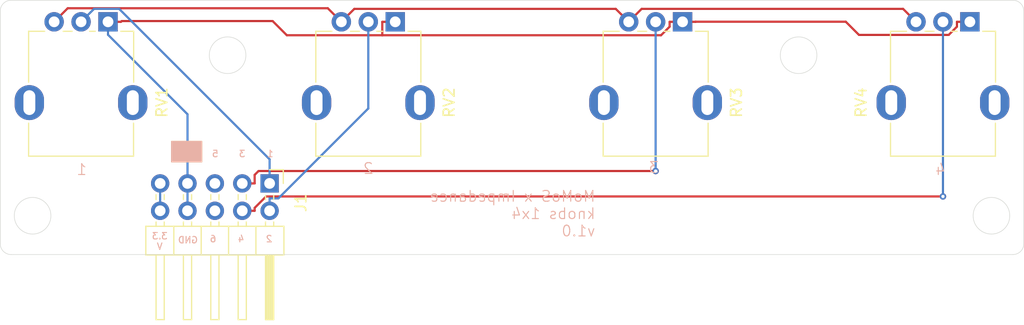
<source format=kicad_pcb>
(kicad_pcb (version 20240108) (generator "pcbnew") (generator_version "8.0")
  (layers (0 "F.Cu" signal) (31 "B.Cu" signal) (34 "B.Paste" user) (35 "F.Paste" user) (36 "B.SilkS" user "B.Silkscreen") (37 "F.SilkS" user "F.Silkscreen") (38 "B.Mask" user) (39 "F.Mask" user) (44 "Edge.Cuts" user))
  (net 0 "")
  (net 1 "Net-(J1-Pin_2)")
  (net 2 "Net-(J1-Pin_3)")
  (net 4 "+5V")
  (net 6 "GND")
  (net 7 "Net-(J1-Pin_4)")
  (net 8 "Net-(J1-Pin_1)")
  (net 9 "+3.3V")
  (footprint "Connector_PinHeader_2.54mm:PinHeader_2x05_P2.54mm_Horizontal" (layer "F.Cu") (at 55 120 -90)
    (property "Reference" "J1" (at 1.8 -2.9 90) (layer "F.SilkS"))
    (property "Value" "Conn_02x05_Odd_Even" (hide yes))
    (fp_line (start 3.98 11.49) (end 6.64 11.49) (stroke (width 0.12)) (layer "F.SilkS"))
    (fp_line (start 6.64 11.49) (end 6.64 -1.33) (stroke (width 0.12)) (layer "F.SilkS"))
    (fp_line (start 1.042929 10.54) (end 1.497071 10.54) (stroke (width 0.12)) (layer "F.SilkS"))
    (fp_line (start 3.582929 10.54) (end 3.98 10.54) (stroke (width 0.12)) (layer "F.SilkS"))
    (fp_line (start 12.64 10.54) (end 6.64 10.54) (stroke (width 0.12)) (layer "F.SilkS"))
    (fp_line (start 1.042929 9.78) (end 1.497071 9.78) (stroke (width 0.12)) (layer "F.SilkS"))
    (fp_line (start 3.582929 9.78) (end 3.98 9.78) (stroke (width 0.12)) (layer "F.SilkS"))
    (fp_line (start 6.64 9.78) (end 12.64 9.78) (stroke (width 0.12)) (layer "F.SilkS"))
    (fp_line (start 12.64 9.78) (end 12.64 10.54) (stroke (width 0.12)) (layer "F.SilkS"))
    (fp_line (start 3.98 8.89) (end 6.64 8.89) (stroke (width 0.12)) (layer "F.SilkS"))
    (fp_line (start 1.042929 8) (end 1.497071 8) (stroke (width 0.12)) (layer "F.SilkS"))
    (fp_line (start 3.582929 8) (end 3.98 8) (stroke (width 0.12)) (layer "F.SilkS"))
    (fp_line (start 12.64 8) (end 6.64 8) (stroke (width 0.12)) (layer "F.SilkS"))
    (fp_line (start 1.042929 7.24) (end 1.497071 7.24) (stroke (width 0.12)) (layer "F.SilkS"))
    (fp_line (start 3.582929 7.24) (end 3.98 7.24) (stroke (width 0.12)) (layer "F.SilkS"))
    (fp_line (start 6.64 7.24) (end 12.64 7.24) (stroke (width 0.12)) (layer "F.SilkS"))
    (fp_line (start 12.64 7.24) (end 12.64 8) (stroke (width 0.12)) (layer "F.SilkS"))
    (fp_line (start 3.98 6.35) (end 6.64 6.35) (stroke (width 0.12)) (layer "F.SilkS"))
    (fp_line (start 1.042929 5.46) (end 1.497071 5.46) (stroke (width 0.12)) (layer "F.SilkS"))
    (fp_line (start 3.582929 5.46) (end 3.98 5.46) (stroke (width 0.12)) (layer "F.SilkS"))
    (fp_line (start 12.64 5.46) (end 6.64 5.46) (stroke (width 0.12)) (layer "F.SilkS"))
    (fp_line (start 1.042929 4.7) (end 1.497071 4.7) (stroke (width 0.12)) (layer "F.SilkS"))
    (fp_line (start 3.582929 4.7) (end 3.98 4.7) (stroke (width 0.12)) (layer "F.SilkS"))
    (fp_line (start 6.64 4.7) (end 12.64 4.7) (stroke (width 0.12)) (layer "F.SilkS"))
    (fp_line (start 12.64 4.7) (end 12.64 5.46) (stroke (width 0.12)) (layer "F.SilkS"))
    (fp_line (start 3.98 3.81) (end 6.64 3.81) (stroke (width 0.12)) (layer "F.SilkS"))
    (fp_line (start 1.042929 2.92) (end 1.497071 2.92) (stroke (width 0.12)) (layer "F.SilkS"))
    (fp_line (start 3.582929 2.92) (end 3.98 2.92) (stroke (width 0.12)) (layer "F.SilkS"))
    (fp_line (start 12.64 2.92) (end 6.64 2.92) (stroke (width 0.12)) (layer "F.SilkS"))
    (fp_line (start 1.042929 2.16) (end 1.497071 2.16) (stroke (width 0.12)) (layer "F.SilkS"))
    (fp_line (start 3.582929 2.16) (end 3.98 2.16) (stroke (width 0.12)) (layer "F.SilkS"))
    (fp_line (start 6.64 2.16) (end 12.64 2.16) (stroke (width 0.12)) (layer "F.SilkS"))
    (fp_line (start 12.64 2.16) (end 12.64 2.92) (stroke (width 0.12)) (layer "F.SilkS"))
    (fp_line (start 3.98 1.27) (end 6.64 1.27) (stroke (width 0.12)) (layer "F.SilkS"))
    (fp_line (start 1.11 0.38) (end 1.497071 0.38) (stroke (width 0.12)) (layer "F.SilkS"))
    (fp_line (start 3.582929 0.38) (end 3.98 0.38) (stroke (width 0.12)) (layer "F.SilkS"))
    (fp_line (start 12.64 0.38) (end 6.64 0.38) (stroke (width 0.12)) (layer "F.SilkS"))
    (fp_line (start 6.64 0.28) (end 12.64 0.28) (stroke (width 0.12)) (layer "F.SilkS"))
    (fp_line (start 6.64 0.16) (end 12.64 0.16) (stroke (width 0.12)) (layer "F.SilkS"))
    (fp_line (start 6.64 0.04) (end 12.64 0.04) (stroke (width 0.12)) (layer "F.SilkS"))
    (fp_line (start -1.27 0) (end -1.27 -1.27) (stroke (width 0.12)) (layer "F.SilkS"))
    (fp_line (start 6.64 -0.08) (end 12.64 -0.08) (stroke (width 0.12)) (layer "F.SilkS"))
    (fp_line (start 6.64 -0.2) (end 12.64 -0.2) (stroke (width 0.12)) (layer "F.SilkS"))
    (fp_line (start 6.64 -0.32) (end 12.64 -0.32) (stroke (width 0.12)) (layer "F.SilkS"))
    (fp_line (start 1.11 -0.38) (end 1.497071 -0.38) (stroke (width 0.12)) (layer "F.SilkS"))
    (fp_line (start 3.582929 -0.38) (end 3.98 -0.38) (stroke (width 0.12)) (layer "F.SilkS"))
    (fp_line (start 6.64 -0.38) (end 12.64 -0.38) (stroke (width 0.12)) (layer "F.SilkS"))
    (fp_line (start 12.64 -0.38) (end 12.64 0.38) (stroke (width 0.12)) (layer "F.SilkS"))
    (fp_line (start -1.27 -1.27) (end 0 -1.27) (stroke (width 0.12)) (layer "F.SilkS"))
    (fp_line (start 3.98 -1.33) (end 3.98 11.49) (stroke (width 0.12)) (layer "F.SilkS"))
    (fp_line (start 6.64 -1.33) (end 3.98 -1.33) (stroke (width 0.12)) (layer "F.SilkS"))
    (pad "1" thru_hole rect (at 0 0 270) (size 1.7 1.7) (drill 1) (layers "*.Cu" "*.Mask" "In1.Cu" "In2.Cu" "In3.Cu" "In4.Cu" "In5.Cu" "In6.Cu" "In7.Cu" "In8.Cu" "In9.Cu" "In10.Cu" "In11.Cu" "In12.Cu" "In13.Cu" "In14.Cu" "In15.Cu" "In16.Cu" "In17.Cu" "In18.Cu" "In19.Cu" "In20.Cu" "In21.Cu" "In22.Cu" "In23.Cu" "In24.Cu" "In25.Cu" "In26.Cu" "In27.Cu" "In28.Cu" "In29.Cu" "In30.Cu") (net 8 "Net-(J1-Pin_1)"))
    (pad "2" thru_hole oval (at 2.54 0 270) (size 1.7 1.7) (drill 1) (layers "*.Cu" "*.Mask" "In1.Cu" "In2.Cu" "In3.Cu" "In4.Cu" "In5.Cu" "In6.Cu" "In7.Cu" "In8.Cu" "In9.Cu" "In10.Cu" "In11.Cu" "In12.Cu" "In13.Cu" "In14.Cu" "In15.Cu" "In16.Cu" "In17.Cu" "In18.Cu" "In19.Cu" "In20.Cu" "In21.Cu" "In22.Cu" "In23.Cu" "In24.Cu" "In25.Cu" "In26.Cu" "In27.Cu" "In28.Cu" "In29.Cu" "In30.Cu") (net 1 "Net-(J1-Pin_2)"))
    (pad "3" thru_hole oval (at 0 2.54 270) (size 1.7 1.7) (drill 1) (layers "*.Cu" "*.Mask" "In1.Cu" "In2.Cu" "In3.Cu" "In4.Cu" "In5.Cu" "In6.Cu" "In7.Cu" "In8.Cu" "In9.Cu" "In10.Cu" "In11.Cu" "In12.Cu" "In13.Cu" "In14.Cu" "In15.Cu" "In16.Cu" "In17.Cu" "In18.Cu" "In19.Cu" "In20.Cu" "In21.Cu" "In22.Cu" "In23.Cu" "In24.Cu" "In25.Cu" "In26.Cu" "In27.Cu" "In28.Cu" "In29.Cu" "In30.Cu") (net 2 "Net-(J1-Pin_3)"))
    (pad "4" thru_hole oval (at 2.54 2.54 270) (size 1.7 1.7) (drill 1) (layers "*.Cu" "*.Mask" "In1.Cu" "In2.Cu" "In3.Cu" "In4.Cu" "In5.Cu" "In6.Cu" "In7.Cu" "In8.Cu" "In9.Cu" "In10.Cu" "In11.Cu" "In12.Cu" "In13.Cu" "In14.Cu" "In15.Cu" "In16.Cu" "In17.Cu" "In18.Cu" "In19.Cu" "In20.Cu" "In21.Cu" "In22.Cu" "In23.Cu" "In24.Cu" "In25.Cu" "In26.Cu" "In27.Cu" "In28.Cu" "In29.Cu" "In30.Cu") (net 7 "Net-(J1-Pin_4)"))
    (pad "5" thru_hole oval (at 0 5.08 270) (size 1.7 1.7) (drill 1) (layers "*.Cu" "*.Mask" "In1.Cu" "In2.Cu" "In3.Cu" "In4.Cu" "In5.Cu" "In6.Cu" "In7.Cu" "In8.Cu" "In9.Cu" "In10.Cu" "In11.Cu" "In12.Cu" "In13.Cu" "In14.Cu" "In15.Cu" "In16.Cu" "In17.Cu" "In18.Cu" "In19.Cu" "In20.Cu" "In21.Cu" "In22.Cu" "In23.Cu" "In24.Cu" "In25.Cu" "In26.Cu" "In27.Cu" "In28.Cu" "In29.Cu" "In30.Cu"))
    (pad "6" thru_hole oval (at 2.54 5.08 270) (size 1.7 1.7) (drill 1) (layers "*.Cu" "*.Mask" "In1.Cu" "In2.Cu" "In3.Cu" "In4.Cu" "In5.Cu" "In6.Cu" "In7.Cu" "In8.Cu" "In9.Cu" "In10.Cu" "In11.Cu" "In12.Cu" "In13.Cu" "In14.Cu" "In15.Cu" "In16.Cu" "In17.Cu" "In18.Cu" "In19.Cu" "In20.Cu" "In21.Cu" "In22.Cu" "In23.Cu" "In24.Cu" "In25.Cu" "In26.Cu" "In27.Cu" "In28.Cu" "In29.Cu" "In30.Cu"))
    (pad "7" thru_hole oval (at 0 7.62 270) (size 1.7 1.7) (drill 1) (layers "*.Cu" "*.Mask" "In1.Cu" "In2.Cu" "In3.Cu" "In4.Cu" "In5.Cu" "In6.Cu" "In7.Cu" "In8.Cu" "In9.Cu" "In10.Cu" "In11.Cu" "In12.Cu" "In13.Cu" "In14.Cu" "In15.Cu" "In16.Cu" "In17.Cu" "In18.Cu" "In19.Cu" "In20.Cu" "In21.Cu" "In22.Cu" "In23.Cu" "In24.Cu" "In25.Cu" "In26.Cu" "In27.Cu" "In28.Cu" "In29.Cu" "In30.Cu") (net 6 "GND"))
    (pad "8" thru_hole oval (at 2.54 7.62 270) (size 1.7 1.7) (drill 1) (layers "*.Cu" "*.Mask" "In1.Cu" "In2.Cu" "In3.Cu" "In4.Cu" "In5.Cu" "In6.Cu" "In7.Cu" "In8.Cu" "In9.Cu" "In10.Cu" "In11.Cu" "In12.Cu" "In13.Cu" "In14.Cu" "In15.Cu" "In16.Cu" "In17.Cu" "In18.Cu" "In19.Cu" "In20.Cu" "In21.Cu" "In22.Cu" "In23.Cu" "In24.Cu" "In25.Cu" "In26.Cu" "In27.Cu" "In28.Cu" "In29.Cu" "In30.Cu") (net 6 "GND"))
    (pad "9" thru_hole oval (at 0 10.16 270) (size 1.7 1.7) (drill 1) (layers "*.Cu" "*.Mask" "In1.Cu" "In2.Cu" "In3.Cu" "In4.Cu" "In5.Cu" "In6.Cu" "In7.Cu" "In8.Cu" "In9.Cu" "In10.Cu" "In11.Cu" "In12.Cu" "In13.Cu" "In14.Cu" "In15.Cu" "In16.Cu" "In17.Cu" "In18.Cu" "In19.Cu" "In20.Cu" "In21.Cu" "In22.Cu" "In23.Cu" "In24.Cu" "In25.Cu" "In26.Cu" "In27.Cu" "In28.Cu" "In29.Cu" "In30.Cu") (net 9 "+3.3V"))
    (pad "10" thru_hole oval (at 2.54 10.16 270) (size 1.7 1.7) (drill 1) (layers "*.Cu" "*.Mask" "In1.Cu" "In2.Cu" "In3.Cu" "In4.Cu" "In5.Cu" "In6.Cu" "In7.Cu" "In8.Cu" "In9.Cu" "In10.Cu" "In11.Cu" "In12.Cu" "In13.Cu" "In14.Cu" "In15.Cu" "In16.Cu" "In17.Cu" "In18.Cu" "In19.Cu" "In20.Cu" "In21.Cu" "In22.Cu" "In23.Cu" "In24.Cu" "In25.Cu" "In26.Cu" "In27.Cu" "In28.Cu" "In29.Cu" "In30.Cu") (net 9 "+3.3V"))
  )
  (footprint "eurorack_benjiao:Potentiometer_RV09" (layer "F.Cu") (at 120 105 -90)
    (property "Reference" "RV4" (at 7.500001 10.1 90) (layer "F.SilkS"))
    (property "Value" "R_Potentiometer" (hide yes))
    (fp_line (start 0.88 7.37) (end 5.6 7.37) (stroke (width 0.12)) (layer "F.SilkS"))
    (fp_line (start 0.88 7.37) (end 0.88 5.88) (stroke (width 0.12)) (layer "F.SilkS"))
    (fp_line (start 9.41 7.37) (end 12.47 7.37) (stroke (width 0.12)) (layer "F.SilkS"))
    (fp_line (start 12.47 7.37) (end 12.47 -2.37) (stroke (width 0.12)) (layer "F.SilkS"))
    (fp_line (start 0.88 4.16) (end 0.88 3.33) (stroke (width 0.12)) (layer "F.SilkS"))
    (fp_line (start 0.88 1.71) (end 0.88 1.18) (stroke (width 0.12)) (layer "F.SilkS"))
    (fp_line (start 0.88 -1.19) (end 0.88 -2.37) (stroke (width 0.12)) (layer "F.SilkS"))
    (fp_line (start 9.41 -2.37) (end 12.47 -2.37) (stroke (width 0.12)) (layer "F.SilkS"))
    (fp_line (start 0.88 -2.38) (end 5.6 -2.38) (stroke (width 0.12)) (layer "F.SilkS"))
    (pad "" thru_hole oval (at 7.5 -2.3) (size 2.72 3.24) (drill oval 1.1 2.3) (layers "*.Cu" "*.Mask" "In1.Cu" "In2.Cu" "In3.Cu" "In4.Cu" "In5.Cu" "In6.Cu" "In7.Cu" "In8.Cu" "In9.Cu" "In10.Cu" "In11.Cu" "In12.Cu" "In13.Cu" "In14.Cu" "In15.Cu" "In16.Cu" "In17.Cu" "In18.Cu" "In19.Cu" "In20.Cu" "In21.Cu" "In22.Cu" "In23.Cu" "In24.Cu" "In25.Cu" "In26.Cu" "In27.Cu" "In28.Cu" "In29.Cu" "In30.Cu"))
    (pad "" thru_hole oval (at 7.5 7.3) (size 2.72 3.24) (drill oval 1.1 2.3) (layers "*.Cu" "*.Mask" "In1.Cu" "In2.Cu" "In3.Cu" "In4.Cu" "In5.Cu" "In6.Cu" "In7.Cu" "In8.Cu" "In9.Cu" "In10.Cu" "In11.Cu" "In12.Cu" "In13.Cu" "In14.Cu" "In15.Cu" "In16.Cu" "In17.Cu" "In18.Cu" "In19.Cu" "In20.Cu" "In21.Cu" "In22.Cu" "In23.Cu" "In24.Cu" "In25.Cu" "In26.Cu" "In27.Cu" "In28.Cu" "In29.Cu" "In30.Cu"))
    (pad "1" thru_hole rect (at 0 0) (size 1.8 1.8) (drill 1) (layers "*.Cu" "*.Mask" "In1.Cu" "In2.Cu" "In3.Cu" "In4.Cu" "In5.Cu" "In6.Cu" "In7.Cu" "In8.Cu" "In9.Cu" "In10.Cu" "In11.Cu" "In12.Cu" "In13.Cu" "In14.Cu" "In15.Cu" "In16.Cu" "In17.Cu" "In18.Cu" "In19.Cu" "In20.Cu" "In21.Cu" "In22.Cu" "In23.Cu" "In24.Cu" "In25.Cu" "In26.Cu" "In27.Cu" "In28.Cu" "In29.Cu" "In30.Cu") (net 6 "GND"))
    (pad "2" thru_hole circle (at 0 2.5) (size 1.8 1.8) (drill 1) (layers "*.Cu" "*.Mask" "In1.Cu" "In2.Cu" "In3.Cu" "In4.Cu" "In5.Cu" "In6.Cu" "In7.Cu" "In8.Cu" "In9.Cu" "In10.Cu" "In11.Cu" "In12.Cu" "In13.Cu" "In14.Cu" "In15.Cu" "In16.Cu" "In17.Cu" "In18.Cu" "In19.Cu" "In20.Cu" "In21.Cu" "In22.Cu" "In23.Cu" "In24.Cu" "In25.Cu" "In26.Cu" "In27.Cu" "In28.Cu" "In29.Cu" "In30.Cu") (net 7 "Net-(J1-Pin_4)"))
    (pad "3" thru_hole circle (at 0 5) (size 1.8 1.8) (drill 1) (layers "*.Cu" "*.Mask" "In1.Cu" "In2.Cu" "In3.Cu" "In4.Cu" "In5.Cu" "In6.Cu" "In7.Cu" "In8.Cu" "In9.Cu" "In10.Cu" "In11.Cu" "In12.Cu" "In13.Cu" "In14.Cu" "In15.Cu" "In16.Cu" "In17.Cu" "In18.Cu" "In19.Cu" "In20.Cu" "In21.Cu" "In22.Cu" "In23.Cu" "In24.Cu" "In25.Cu" "In26.Cu" "In27.Cu" "In28.Cu" "In29.Cu" "In30.Cu") (net 4 "+5V"))
  )
  (footprint "eurorack_benjiao:Potentiometer_RV09" (layer "F.Cu") (at 66.66 105 -90)
    (property "Reference" "RV2" (at 7.500001 -5 90) (layer "F.SilkS"))
    (property "Value" "R_Potentiometer" (hide yes))
    (fp_line (start 0.88 7.37) (end 5.6 7.37) (stroke (width 0.12)) (layer "F.SilkS"))
    (fp_line (start 0.88 7.37) (end 0.88 5.88) (stroke (width 0.12)) (layer "F.SilkS"))
    (fp_line (start 9.41 7.37) (end 12.47 7.37) (stroke (width 0.12)) (layer "F.SilkS"))
    (fp_line (start 12.47 7.37) (end 12.47 -2.37) (stroke (width 0.12)) (layer "F.SilkS"))
    (fp_line (start 0.88 4.16) (end 0.88 3.33) (stroke (width 0.12)) (layer "F.SilkS"))
    (fp_line (start 0.88 1.71) (end 0.88 1.18) (stroke (width 0.12)) (layer "F.SilkS"))
    (fp_line (start 0.88 -1.19) (end 0.88 -2.37) (stroke (width 0.12)) (layer "F.SilkS"))
    (fp_line (start 9.41 -2.37) (end 12.47 -2.37) (stroke (width 0.12)) (layer "F.SilkS"))
    (fp_line (start 0.88 -2.38) (end 5.6 -2.38) (stroke (width 0.12)) (layer "F.SilkS"))
    (pad "" thru_hole oval (at 7.5 -2.3) (size 2.72 3.24) (drill oval 1.1 2.3) (layers "*.Cu" "*.Mask" "In1.Cu" "In2.Cu" "In3.Cu" "In4.Cu" "In5.Cu" "In6.Cu" "In7.Cu" "In8.Cu" "In9.Cu" "In10.Cu" "In11.Cu" "In12.Cu" "In13.Cu" "In14.Cu" "In15.Cu" "In16.Cu" "In17.Cu" "In18.Cu" "In19.Cu" "In20.Cu" "In21.Cu" "In22.Cu" "In23.Cu" "In24.Cu" "In25.Cu" "In26.Cu" "In27.Cu" "In28.Cu" "In29.Cu" "In30.Cu"))
    (pad "" thru_hole oval (at 7.5 7.3) (size 2.72 3.24) (drill oval 1.1 2.3) (layers "*.Cu" "*.Mask" "In1.Cu" "In2.Cu" "In3.Cu" "In4.Cu" "In5.Cu" "In6.Cu" "In7.Cu" "In8.Cu" "In9.Cu" "In10.Cu" "In11.Cu" "In12.Cu" "In13.Cu" "In14.Cu" "In15.Cu" "In16.Cu" "In17.Cu" "In18.Cu" "In19.Cu" "In20.Cu" "In21.Cu" "In22.Cu" "In23.Cu" "In24.Cu" "In25.Cu" "In26.Cu" "In27.Cu" "In28.Cu" "In29.Cu" "In30.Cu"))
    (pad "1" thru_hole rect (at 0 0) (size 1.8 1.8) (drill 1) (layers "*.Cu" "*.Mask" "In1.Cu" "In2.Cu" "In3.Cu" "In4.Cu" "In5.Cu" "In6.Cu" "In7.Cu" "In8.Cu" "In9.Cu" "In10.Cu" "In11.Cu" "In12.Cu" "In13.Cu" "In14.Cu" "In15.Cu" "In16.Cu" "In17.Cu" "In18.Cu" "In19.Cu" "In20.Cu" "In21.Cu" "In22.Cu" "In23.Cu" "In24.Cu" "In25.Cu" "In26.Cu" "In27.Cu" "In28.Cu" "In29.Cu" "In30.Cu") (net 6 "GND"))
    (pad "2" thru_hole circle (at 0 2.5) (size 1.8 1.8) (drill 1) (layers "*.Cu" "*.Mask" "In1.Cu" "In2.Cu" "In3.Cu" "In4.Cu" "In5.Cu" "In6.Cu" "In7.Cu" "In8.Cu" "In9.Cu" "In10.Cu" "In11.Cu" "In12.Cu" "In13.Cu" "In14.Cu" "In15.Cu" "In16.Cu" "In17.Cu" "In18.Cu" "In19.Cu" "In20.Cu" "In21.Cu" "In22.Cu" "In23.Cu" "In24.Cu" "In25.Cu" "In26.Cu" "In27.Cu" "In28.Cu" "In29.Cu" "In30.Cu") (net 1 "Net-(J1-Pin_2)"))
    (pad "3" thru_hole circle (at 0 5) (size 1.8 1.8) (drill 1) (layers "*.Cu" "*.Mask" "In1.Cu" "In2.Cu" "In3.Cu" "In4.Cu" "In5.Cu" "In6.Cu" "In7.Cu" "In8.Cu" "In9.Cu" "In10.Cu" "In11.Cu" "In12.Cu" "In13.Cu" "In14.Cu" "In15.Cu" "In16.Cu" "In17.Cu" "In18.Cu" "In19.Cu" "In20.Cu" "In21.Cu" "In22.Cu" "In23.Cu" "In24.Cu" "In25.Cu" "In26.Cu" "In27.Cu" "In28.Cu" "In29.Cu" "In30.Cu") (net 4 "+5V"))
  )
  (footprint "eurorack_benjiao:Potentiometer_RV09" (layer "F.Cu") (at 93.33 105 -90)
    (property "Reference" "RV3" (at 7.500001 -5 90) (layer "F.SilkS"))
    (property "Value" "R_Potentiometer" (hide yes))
    (fp_line (start 0.88 7.37) (end 5.6 7.37) (stroke (width 0.12)) (layer "F.SilkS"))
    (fp_line (start 0.88 7.37) (end 0.88 5.88) (stroke (width 0.12)) (layer "F.SilkS"))
    (fp_line (start 9.41 7.37) (end 12.47 7.37) (stroke (width 0.12)) (layer "F.SilkS"))
    (fp_line (start 12.47 7.37) (end 12.47 -2.37) (stroke (width 0.12)) (layer "F.SilkS"))
    (fp_line (start 0.88 4.16) (end 0.88 3.33) (stroke (width 0.12)) (layer "F.SilkS"))
    (fp_line (start 0.88 1.71) (end 0.88 1.18) (stroke (width 0.12)) (layer "F.SilkS"))
    (fp_line (start 0.88 -1.19) (end 0.88 -2.37) (stroke (width 0.12)) (layer "F.SilkS"))
    (fp_line (start 9.41 -2.37) (end 12.47 -2.37) (stroke (width 0.12)) (layer "F.SilkS"))
    (fp_line (start 0.88 -2.38) (end 5.6 -2.38) (stroke (width 0.12)) (layer "F.SilkS"))
    (pad "" thru_hole oval (at 7.5 -2.3) (size 2.72 3.24) (drill oval 1.1 2.3) (layers "*.Cu" "*.Mask" "In1.Cu" "In2.Cu" "In3.Cu" "In4.Cu" "In5.Cu" "In6.Cu" "In7.Cu" "In8.Cu" "In9.Cu" "In10.Cu" "In11.Cu" "In12.Cu" "In13.Cu" "In14.Cu" "In15.Cu" "In16.Cu" "In17.Cu" "In18.Cu" "In19.Cu" "In20.Cu" "In21.Cu" "In22.Cu" "In23.Cu" "In24.Cu" "In25.Cu" "In26.Cu" "In27.Cu" "In28.Cu" "In29.Cu" "In30.Cu"))
    (pad "" thru_hole oval (at 7.5 7.3) (size 2.72 3.24) (drill oval 1.1 2.3) (layers "*.Cu" "*.Mask" "In1.Cu" "In2.Cu" "In3.Cu" "In4.Cu" "In5.Cu" "In6.Cu" "In7.Cu" "In8.Cu" "In9.Cu" "In10.Cu" "In11.Cu" "In12.Cu" "In13.Cu" "In14.Cu" "In15.Cu" "In16.Cu" "In17.Cu" "In18.Cu" "In19.Cu" "In20.Cu" "In21.Cu" "In22.Cu" "In23.Cu" "In24.Cu" "In25.Cu" "In26.Cu" "In27.Cu" "In28.Cu" "In29.Cu" "In30.Cu"))
    (pad "1" thru_hole rect (at 0 0) (size 1.8 1.8) (drill 1) (layers "*.Cu" "*.Mask" "In1.Cu" "In2.Cu" "In3.Cu" "In4.Cu" "In5.Cu" "In6.Cu" "In7.Cu" "In8.Cu" "In9.Cu" "In10.Cu" "In11.Cu" "In12.Cu" "In13.Cu" "In14.Cu" "In15.Cu" "In16.Cu" "In17.Cu" "In18.Cu" "In19.Cu" "In20.Cu" "In21.Cu" "In22.Cu" "In23.Cu" "In24.Cu" "In25.Cu" "In26.Cu" "In27.Cu" "In28.Cu" "In29.Cu" "In30.Cu") (net 6 "GND"))
    (pad "2" thru_hole circle (at 0 2.5) (size 1.8 1.8) (drill 1) (layers "*.Cu" "*.Mask" "In1.Cu" "In2.Cu" "In3.Cu" "In4.Cu" "In5.Cu" "In6.Cu" "In7.Cu" "In8.Cu" "In9.Cu" "In10.Cu" "In11.Cu" "In12.Cu" "In13.Cu" "In14.Cu" "In15.Cu" "In16.Cu" "In17.Cu" "In18.Cu" "In19.Cu" "In20.Cu" "In21.Cu" "In22.Cu" "In23.Cu" "In24.Cu" "In25.Cu" "In26.Cu" "In27.Cu" "In28.Cu" "In29.Cu" "In30.Cu") (net 2 "Net-(J1-Pin_3)"))
    (pad "3" thru_hole circle (at 0 5) (size 1.8 1.8) (drill 1) (layers "*.Cu" "*.Mask" "In1.Cu" "In2.Cu" "In3.Cu" "In4.Cu" "In5.Cu" "In6.Cu" "In7.Cu" "In8.Cu" "In9.Cu" "In10.Cu" "In11.Cu" "In12.Cu" "In13.Cu" "In14.Cu" "In15.Cu" "In16.Cu" "In17.Cu" "In18.Cu" "In19.Cu" "In20.Cu" "In21.Cu" "In22.Cu" "In23.Cu" "In24.Cu" "In25.Cu" "In26.Cu" "In27.Cu" "In28.Cu" "In29.Cu" "In30.Cu") (net 4 "+5V"))
  )
  (footprint "eurorack_benjiao:Potentiometer_RV09" (layer "F.Cu") (at 40 105 -90)
    (property "Reference" "RV1" (at 7.500001 -5 90) (layer "F.SilkS"))
    (property "Value" "R_Potentiometer" (hide yes))
    (fp_line (start 0.88 7.37) (end 5.6 7.37) (stroke (width 0.12)) (layer "F.SilkS"))
    (fp_line (start 0.88 7.37) (end 0.88 5.88) (stroke (width 0.12)) (layer "F.SilkS"))
    (fp_line (start 9.41 7.37) (end 12.47 7.37) (stroke (width 0.12)) (layer "F.SilkS"))
    (fp_line (start 12.47 7.37) (end 12.47 -2.37) (stroke (width 0.12)) (layer "F.SilkS"))
    (fp_line (start 0.88 4.16) (end 0.88 3.33) (stroke (width 0.12)) (layer "F.SilkS"))
    (fp_line (start 0.88 1.71) (end 0.88 1.18) (stroke (width 0.12)) (layer "F.SilkS"))
    (fp_line (start 0.88 -1.19) (end 0.88 -2.37) (stroke (width 0.12)) (layer "F.SilkS"))
    (fp_line (start 9.41 -2.37) (end 12.47 -2.37) (stroke (width 0.12)) (layer "F.SilkS"))
    (fp_line (start 0.88 -2.38) (end 5.6 -2.38) (stroke (width 0.12)) (layer "F.SilkS"))
    (pad "" thru_hole oval (at 7.5 -2.3) (size 2.72 3.24) (drill oval 1.1 2.3) (layers "*.Cu" "*.Mask" "In1.Cu" "In2.Cu" "In3.Cu" "In4.Cu" "In5.Cu" "In6.Cu" "In7.Cu" "In8.Cu" "In9.Cu" "In10.Cu" "In11.Cu" "In12.Cu" "In13.Cu" "In14.Cu" "In15.Cu" "In16.Cu" "In17.Cu" "In18.Cu" "In19.Cu" "In20.Cu" "In21.Cu" "In22.Cu" "In23.Cu" "In24.Cu" "In25.Cu" "In26.Cu" "In27.Cu" "In28.Cu" "In29.Cu" "In30.Cu"))
    (pad "" thru_hole oval (at 7.5 7.3) (size 2.72 3.24) (drill oval 1.1 2.3) (layers "*.Cu" "*.Mask" "In1.Cu" "In2.Cu" "In3.Cu" "In4.Cu" "In5.Cu" "In6.Cu" "In7.Cu" "In8.Cu" "In9.Cu" "In10.Cu" "In11.Cu" "In12.Cu" "In13.Cu" "In14.Cu" "In15.Cu" "In16.Cu" "In17.Cu" "In18.Cu" "In19.Cu" "In20.Cu" "In21.Cu" "In22.Cu" "In23.Cu" "In24.Cu" "In25.Cu" "In26.Cu" "In27.Cu" "In28.Cu" "In29.Cu" "In30.Cu"))
    (pad "1" thru_hole rect (at 0 0) (size 1.8 1.8) (drill 1) (layers "*.Cu" "*.Mask" "In1.Cu" "In2.Cu" "In3.Cu" "In4.Cu" "In5.Cu" "In6.Cu" "In7.Cu" "In8.Cu" "In9.Cu" "In10.Cu" "In11.Cu" "In12.Cu" "In13.Cu" "In14.Cu" "In15.Cu" "In16.Cu" "In17.Cu" "In18.Cu" "In19.Cu" "In20.Cu" "In21.Cu" "In22.Cu" "In23.Cu" "In24.Cu" "In25.Cu" "In26.Cu" "In27.Cu" "In28.Cu" "In29.Cu" "In30.Cu") (net 6 "GND"))
    (pad "2" thru_hole circle (at 0 2.5) (size 1.8 1.8) (drill 1) (layers "*.Cu" "*.Mask" "In1.Cu" "In2.Cu" "In3.Cu" "In4.Cu" "In5.Cu" "In6.Cu" "In7.Cu" "In8.Cu" "In9.Cu" "In10.Cu" "In11.Cu" "In12.Cu" "In13.Cu" "In14.Cu" "In15.Cu" "In16.Cu" "In17.Cu" "In18.Cu" "In19.Cu" "In20.Cu" "In21.Cu" "In22.Cu" "In23.Cu" "In24.Cu" "In25.Cu" "In26.Cu" "In27.Cu" "In28.Cu" "In29.Cu" "In30.Cu") (net 8 "Net-(J1-Pin_1)"))
    (pad "3" thru_hole circle (at 0 5) (size 1.8 1.8) (drill 1) (layers "*.Cu" "*.Mask" "In1.Cu" "In2.Cu" "In3.Cu" "In4.Cu" "In5.Cu" "In6.Cu" "In7.Cu" "In8.Cu" "In9.Cu" "In10.Cu" "In11.Cu" "In12.Cu" "In13.Cu" "In14.Cu" "In15.Cu" "In16.Cu" "In17.Cu" "In18.Cu" "In19.Cu" "In20.Cu" "In21.Cu" "In22.Cu" "In23.Cu" "In24.Cu" "In25.Cu" "In26.Cu" "In27.Cu" "In28.Cu" "In29.Cu" "In30.Cu") (net 4 "+5V"))
  )
  (gr_rect (start 45.9 116.1) (end 48.7 118) (stroke (width 0.1)) (fill solid) (layer "B.SilkS"))
  (gr_rect (start 45.9 116.1) (end 48.7 118) (stroke (width 0.1)) (fill solid) (layer "F.SilkS"))
  (gr_line (start 31 103) (end 124 103) (stroke (width 0.05)) (layer "Edge.Cuts"))
  (gr_circle (center 51.1 108.1) (end 52.8 108.1) (stroke (width 0.05)) (fill none) (layer "Edge.Cuts"))
  (gr_line (start 124 126.6) (end 31 126.6) (stroke (width 0.05)) (layer "Edge.Cuts"))
  (gr_arc (start 125 125.6) (mid 124.707107 126.307107) (end 124 126.6) (stroke (width 0.05)) (layer "Edge.Cuts"))
  (gr_arc (start 30 104) (mid 30.292893 103.292893) (end 31 103) (stroke (width 0.05)) (layer "Edge.Cuts"))
  (gr_arc (start 124 103) (mid 124.707107 103.292893) (end 125 104) (stroke (width 0.05)) (layer "Edge.Cuts"))
  (gr_circle (center 33 123) (end 34.7 123) (stroke (width 0.05)) (fill none) (layer "Edge.Cuts"))
  (gr_circle (center 122 123) (end 123.7 123) (stroke (width 0.05)) (fill none) (layer "Edge.Cuts"))
  (gr_line (start 125 104) (end 125 125.6) (stroke (width 0.05)) (layer "Edge.Cuts"))
  (gr_arc (start 31 126.6) (mid 30.292893 126.307107) (end 30 125.6) (stroke (width 0.05)) (layer "Edge.Cuts"))
  (gr_circle (center 104.1 108.1) (end 105.8 108.1) (stroke (width 0.05)) (fill none) (layer "Edge.Cuts"))
  (gr_line (start 30 125.6) (end 30 104) (stroke (width 0.05)) (layer "Edge.Cuts"))
  (gr_text "3.3\nV" (at 44.8 126.2 0) (layer "B.SilkS") (effects (font (size 0.6 0.6) (thickness 0.1)) (justify bottom mirror)))
  (gr_text "2" (at 64.7 119.2 0) (layer "B.SilkS") (effects (font (size 1 1) (thickness 0.1)) (justify left bottom mirror)))
  (gr_text "5" (at 50.3 117.6 0) (layer "B.SilkS") (effects (font (size 0.6 0.6) (thickness 0.1)) (justify left bottom mirror)))
  (gr_text "1" (at 55.4 117.6 0) (layer "B.SilkS") (effects (font (size 0.6 0.6) (thickness 0.1)) (justify left bottom mirror)))
  (gr_text "3" (at 52.8 117.6 0) (layer "B.SilkS") (effects (font (size 0.6 0.6) (thickness 0.1)) (justify left bottom mirror)))
  (gr_text "MoMoS x Impedance\nknobs 1x4\nv1.0" (at 85.3 125 0) (layer "B.SilkS") (effects (font (size 1 1) (thickness 0.1)) (justify left bottom mirror)))
  (gr_text "GND\n" (at 48.4 125.6 0) (layer "B.SilkS") (effects (font (size 0.6 0.6) (thickness 0.1)) (justify left bottom mirror)))
  (gr_text "4" (at 52.7 125.5 0) (layer "B.SilkS") (effects (font (size 0.6 0.6) (thickness 0.1)) (justify left bottom mirror)))
  (gr_text "2" (at 55.3 125.5 0) (layer "B.SilkS") (effects (font (size 0.6 0.6) (thickness 0.1)) (justify left bottom mirror)))
  (gr_text "3" (at 91.2 119.1 0) (layer "B.SilkS") (effects (font (size 1 1) (thickness 0.1)) (justify left bottom mirror)))
  (gr_text "6" (at 50.1 125.5 0) (layer "B.SilkS") (effects (font (size 0.6 0.6) (thickness 0.1)) (justify left bottom mirror)))
  (gr_text "4" (at 117.8 119.3 0) (layer "B.SilkS") (effects (font (size 1 1) (thickness 0.1)) (justify left bottom mirror)))
  (gr_text "1" (at 38.1 119.3 0) (layer "B.SilkS") (effects (font (size 1 1) (thickness 0.1)) (justify left bottom mirror)))
  (segment (start 55 122.54) (end 55 121.3883) (width 0.2) (layer "B.Cu") (net 1))
  (segment (start 64.16 113.0428) (end 55.8145 121.3883) (width 0.2) (layer "B.Cu") (net 1))
  (segment (start 64.16 105) (end 64.16 113.0428) (width 0.2) (layer "B.Cu") (net 1))
  (segment (start 55.8145 121.3883) (end 55 121.3883) (width 0.2) (layer "B.Cu") (net 1))
  (segment (start 52.46 120) (end 53.6117 120) (width 0.2) (layer "F.Cu") (net 2))
  (segment (start 53.6117 120) (end 53.6117 119.2082) (width 0.2) (layer "F.Cu") (net 2))
  (segment (start 53.9716 118.8483) (end 90.83 118.8483) (width 0.2) (layer "F.Cu") (net 2))
  (segment (start 53.6117 119.2082) (end 53.9716 118.8483) (width 0.2) (layer "F.Cu") (net 2))
  (via (at 90.83 118.8483) (size 0.6) (drill 0.3) (layers "F.Cu" "B.Cu") (net 2))
  (segment (start 90.83 105) (end 90.83 118.8483) (width 0.2) (layer "B.Cu") (net 2))
  (segment (start 62.8617 103.7983) (end 87.1283 103.7983) (width 0.2) (layer "F.Cu") (net 4))
  (segment (start 89.5317 103.7983) (end 113.7983 103.7983) (width 0.2) (layer "F.Cu") (net 4))
  (segment (start 87.1283 103.7983) (end 88.33 105) (width 0.2) (layer "F.Cu") (net 4))
  (segment (start 60.4012 103.7412) (end 61.66 105) (width 0.2) (layer "F.Cu") (net 4))
  (segment (start 113.7983 103.7983) (end 115 105) (width 0.2) (layer "F.Cu") (net 4))
  (segment (start 35 105) (end 36.2588 103.7412) (width 0.2) (layer "F.Cu") (net 4))
  (segment (start 88.33 105) (end 89.5317 103.7983) (width 0.2) (layer "F.Cu") (net 4))
  (segment (start 36.2588 103.7412) (end 60.4012 103.7412) (width 0.2) (layer "F.Cu") (net 4))
  (segment (start 61.66 105) (end 62.8617 103.7983) (width 0.2) (layer "F.Cu") (net 4))
  (segment (start 118.0329 106.216) (end 109.7039 106.216) (width 0.2) (layer "F.Cu") (net 6))
  (segment (start 40 105) (end 41.2017 105) (width 0.2) (layer "F.Cu") (net 6))
  (segment (start 93.33 105) (end 92.1283 105) (width 0.2) (layer "F.Cu") (net 6))
  (segment (start 56.5983 106.2466) (end 65.4583 106.2466) (width 0.2) (layer "F.Cu") (net 6))
  (segment (start 93.33 105) (end 94.5317 105) (width 0.2) (layer "F.Cu") (net 6))
  (segment (start 109.7039 106.216) (end 108.4784 104.9905) (width 0.2) (layer "F.Cu") (net 6))
  (segment (start 41.2731 104.9286) (end 55.2803 104.9286) (width 0.2) (layer "F.Cu") (net 6))
  (segment (start 118.7983 105.4506) (end 118.0329 106.216) (width 0.2) (layer "F.Cu") (net 6))
  (segment (start 108.4784 104.9905) (end 94.5412 104.9905) (width 0.2) (layer "F.Cu") (net 6))
  (segment (start 41.2017 105) (end 41.2731 104.9286) (width 0.2) (layer "F.Cu") (net 6))
  (segment (start 65.4583 105) (end 65.4583 106.2466) (width 0.2) (layer "F.Cu") (net 6))
  (segment (start 92.1283 105.4506) (end 92.1283 105) (width 0.2) (layer "F.Cu") (net 6))
  (segment (start 118.7983 105) (end 118.7983 105.4506) (width 0.2) (layer "F.Cu") (net 6))
  (segment (start 94.5412 104.9905) (end 94.5317 105) (width 0.2) (layer "F.Cu") (net 6))
  (segment (start 91.3323 106.2466) (end 92.1283 105.4506) (width 0.2) (layer "F.Cu") (net 6))
  (segment (start 65.4583 106.2466) (end 91.3323 106.2466) (width 0.2) (layer "F.Cu") (net 6))
  (segment (start 120 105) (end 118.7983 105) (width 0.2) (layer "F.Cu") (net 6))
  (segment (start 66.66 105) (end 65.4583 105) (width 0.2) (layer "F.Cu") (net 6))
  (segment (start 55.2803 104.9286) (end 56.5983 106.2466) (width 0.2) (layer "F.Cu") (net 6))
  (segment (start 47.38 122.54) (end 47.38 120) (width 0.2) (layer "B.Cu") (net 6))
  (segment (start 47.38 113.5817) (end 47.38 120) (width 0.2) (layer "B.Cu") (net 6))
  (segment (start 40 105) (end 40 106.2017) (width 0.2) (layer "B.Cu") (net 6))
  (segment (start 40 106.2017) (end 47.38 113.5817) (width 0.2) (layer "B.Cu") (net 6))
  (segment (start 53.6117 122.2715) (end 54.6732 121.21) (width 0.2) (layer "F.Cu") (net 7))
  (segment (start 53.6117 122.54) (end 53.6117 122.2715) (width 0.2) (layer "F.Cu") (net 7))
  (segment (start 54.6732 121.21) (end 117.5 121.21) (width 0.2) (layer "F.Cu") (net 7))
  (segment (start 52.46 122.54) (end 53.6117 122.54) (width 0.2) (layer "F.Cu") (net 7))
  (via (at 117.5 121.21) (size 0.6) (drill 0.3) (layers "F.Cu" "B.Cu") (net 7))
  (segment (start 117.5 105) (end 117.5 121.21) (width 0.2) (layer "B.Cu") (net 7))
  (segment (start 55 120) (end 55 117.765) (width 0.2) (layer "B.Cu") (net 8))
  (segment (start 38.7017 103.7983) (end 37.5 105) (width 0.2) (layer "B.Cu") (net 8))
  (segment (start 55 117.765) (end 41.0333 103.7983) (width 0.2) (layer "B.Cu") (net 8))
  (segment (start 41.0333 103.7983) (end 38.7017 103.7983) (width 0.2) (layer "B.Cu") (net 8))
  (segment (start 44.84 122.54) (end 44.84 120) (width 0.2) (layer "B.Cu") (net 9))
)
</source>
